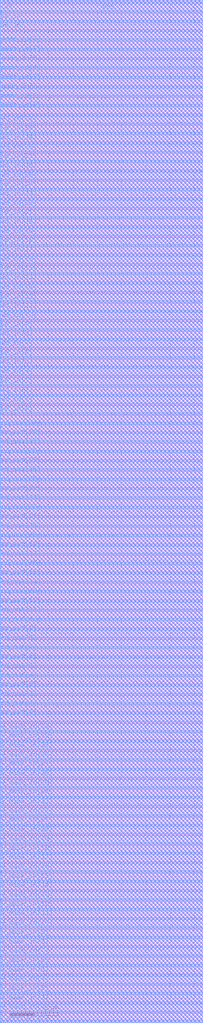
<source format=lef>
# Generated by FakeRAM 2.0
VERSION 5.7 ;
BUSBITCHARS "[]" ;
PROPERTYDEFINITIONS
  MACRO width INTEGER ;
  MACRO depth INTEGER ;
  MACRO banks INTEGER ;
END PROPERTYDEFINITIONS
MACRO fakeram7_sp_256x32
  PROPERTY width 32 ;
  PROPERTY depth 256 ;
  PROPERTY banks 2 ;
  FOREIGN fakeram7_sp_256x32 0 0 ;
  SYMMETRY X Y ;
  SIZE 8.360 BY 42.000 ;
  CLASS BLOCK ;
  PIN w_mask_in[0]
    DIRECTION INPUT ;
    USE SIGNAL ;
    SHAPE ABUTMENT ;
    PORT
      LAYER M4 ;
      RECT 0.000 0.048 0.024 0.072 ;
    END
  END w_mask_in[0]
  PIN w_mask_in[1]
    DIRECTION INPUT ;
    USE SIGNAL ;
    SHAPE ABUTMENT ;
    PORT
      LAYER M4 ;
      RECT 0.000 0.432 0.024 0.456 ;
    END
  END w_mask_in[1]
  PIN w_mask_in[2]
    DIRECTION INPUT ;
    USE SIGNAL ;
    SHAPE ABUTMENT ;
    PORT
      LAYER M4 ;
      RECT 0.000 0.816 0.024 0.840 ;
    END
  END w_mask_in[2]
  PIN w_mask_in[3]
    DIRECTION INPUT ;
    USE SIGNAL ;
    SHAPE ABUTMENT ;
    PORT
      LAYER M4 ;
      RECT 0.000 1.200 0.024 1.224 ;
    END
  END w_mask_in[3]
  PIN w_mask_in[4]
    DIRECTION INPUT ;
    USE SIGNAL ;
    SHAPE ABUTMENT ;
    PORT
      LAYER M4 ;
      RECT 0.000 1.584 0.024 1.608 ;
    END
  END w_mask_in[4]
  PIN w_mask_in[5]
    DIRECTION INPUT ;
    USE SIGNAL ;
    SHAPE ABUTMENT ;
    PORT
      LAYER M4 ;
      RECT 0.000 1.968 0.024 1.992 ;
    END
  END w_mask_in[5]
  PIN w_mask_in[6]
    DIRECTION INPUT ;
    USE SIGNAL ;
    SHAPE ABUTMENT ;
    PORT
      LAYER M4 ;
      RECT 0.000 2.352 0.024 2.376 ;
    END
  END w_mask_in[6]
  PIN w_mask_in[7]
    DIRECTION INPUT ;
    USE SIGNAL ;
    SHAPE ABUTMENT ;
    PORT
      LAYER M4 ;
      RECT 0.000 2.736 0.024 2.760 ;
    END
  END w_mask_in[7]
  PIN w_mask_in[8]
    DIRECTION INPUT ;
    USE SIGNAL ;
    SHAPE ABUTMENT ;
    PORT
      LAYER M4 ;
      RECT 0.000 3.120 0.024 3.144 ;
    END
  END w_mask_in[8]
  PIN w_mask_in[9]
    DIRECTION INPUT ;
    USE SIGNAL ;
    SHAPE ABUTMENT ;
    PORT
      LAYER M4 ;
      RECT 0.000 3.504 0.024 3.528 ;
    END
  END w_mask_in[9]
  PIN w_mask_in[10]
    DIRECTION INPUT ;
    USE SIGNAL ;
    SHAPE ABUTMENT ;
    PORT
      LAYER M4 ;
      RECT 0.000 3.888 0.024 3.912 ;
    END
  END w_mask_in[10]
  PIN w_mask_in[11]
    DIRECTION INPUT ;
    USE SIGNAL ;
    SHAPE ABUTMENT ;
    PORT
      LAYER M4 ;
      RECT 0.000 4.272 0.024 4.296 ;
    END
  END w_mask_in[11]
  PIN w_mask_in[12]
    DIRECTION INPUT ;
    USE SIGNAL ;
    SHAPE ABUTMENT ;
    PORT
      LAYER M4 ;
      RECT 0.000 4.656 0.024 4.680 ;
    END
  END w_mask_in[12]
  PIN w_mask_in[13]
    DIRECTION INPUT ;
    USE SIGNAL ;
    SHAPE ABUTMENT ;
    PORT
      LAYER M4 ;
      RECT 0.000 5.040 0.024 5.064 ;
    END
  END w_mask_in[13]
  PIN w_mask_in[14]
    DIRECTION INPUT ;
    USE SIGNAL ;
    SHAPE ABUTMENT ;
    PORT
      LAYER M4 ;
      RECT 0.000 5.424 0.024 5.448 ;
    END
  END w_mask_in[14]
  PIN w_mask_in[15]
    DIRECTION INPUT ;
    USE SIGNAL ;
    SHAPE ABUTMENT ;
    PORT
      LAYER M4 ;
      RECT 0.000 5.808 0.024 5.832 ;
    END
  END w_mask_in[15]
  PIN w_mask_in[16]
    DIRECTION INPUT ;
    USE SIGNAL ;
    SHAPE ABUTMENT ;
    PORT
      LAYER M4 ;
      RECT 0.000 6.192 0.024 6.216 ;
    END
  END w_mask_in[16]
  PIN w_mask_in[17]
    DIRECTION INPUT ;
    USE SIGNAL ;
    SHAPE ABUTMENT ;
    PORT
      LAYER M4 ;
      RECT 0.000 6.576 0.024 6.600 ;
    END
  END w_mask_in[17]
  PIN w_mask_in[18]
    DIRECTION INPUT ;
    USE SIGNAL ;
    SHAPE ABUTMENT ;
    PORT
      LAYER M4 ;
      RECT 0.000 6.960 0.024 6.984 ;
    END
  END w_mask_in[18]
  PIN w_mask_in[19]
    DIRECTION INPUT ;
    USE SIGNAL ;
    SHAPE ABUTMENT ;
    PORT
      LAYER M4 ;
      RECT 0.000 7.344 0.024 7.368 ;
    END
  END w_mask_in[19]
  PIN w_mask_in[20]
    DIRECTION INPUT ;
    USE SIGNAL ;
    SHAPE ABUTMENT ;
    PORT
      LAYER M4 ;
      RECT 0.000 7.728 0.024 7.752 ;
    END
  END w_mask_in[20]
  PIN w_mask_in[21]
    DIRECTION INPUT ;
    USE SIGNAL ;
    SHAPE ABUTMENT ;
    PORT
      LAYER M4 ;
      RECT 0.000 8.112 0.024 8.136 ;
    END
  END w_mask_in[21]
  PIN w_mask_in[22]
    DIRECTION INPUT ;
    USE SIGNAL ;
    SHAPE ABUTMENT ;
    PORT
      LAYER M4 ;
      RECT 0.000 8.496 0.024 8.520 ;
    END
  END w_mask_in[22]
  PIN w_mask_in[23]
    DIRECTION INPUT ;
    USE SIGNAL ;
    SHAPE ABUTMENT ;
    PORT
      LAYER M4 ;
      RECT 0.000 8.880 0.024 8.904 ;
    END
  END w_mask_in[23]
  PIN w_mask_in[24]
    DIRECTION INPUT ;
    USE SIGNAL ;
    SHAPE ABUTMENT ;
    PORT
      LAYER M4 ;
      RECT 0.000 9.264 0.024 9.288 ;
    END
  END w_mask_in[24]
  PIN w_mask_in[25]
    DIRECTION INPUT ;
    USE SIGNAL ;
    SHAPE ABUTMENT ;
    PORT
      LAYER M4 ;
      RECT 0.000 9.648 0.024 9.672 ;
    END
  END w_mask_in[25]
  PIN w_mask_in[26]
    DIRECTION INPUT ;
    USE SIGNAL ;
    SHAPE ABUTMENT ;
    PORT
      LAYER M4 ;
      RECT 0.000 10.032 0.024 10.056 ;
    END
  END w_mask_in[26]
  PIN w_mask_in[27]
    DIRECTION INPUT ;
    USE SIGNAL ;
    SHAPE ABUTMENT ;
    PORT
      LAYER M4 ;
      RECT 0.000 10.416 0.024 10.440 ;
    END
  END w_mask_in[27]
  PIN w_mask_in[28]
    DIRECTION INPUT ;
    USE SIGNAL ;
    SHAPE ABUTMENT ;
    PORT
      LAYER M4 ;
      RECT 0.000 10.800 0.024 10.824 ;
    END
  END w_mask_in[28]
  PIN w_mask_in[29]
    DIRECTION INPUT ;
    USE SIGNAL ;
    SHAPE ABUTMENT ;
    PORT
      LAYER M4 ;
      RECT 0.000 11.184 0.024 11.208 ;
    END
  END w_mask_in[29]
  PIN w_mask_in[30]
    DIRECTION INPUT ;
    USE SIGNAL ;
    SHAPE ABUTMENT ;
    PORT
      LAYER M4 ;
      RECT 0.000 11.568 0.024 11.592 ;
    END
  END w_mask_in[30]
  PIN w_mask_in[31]
    DIRECTION INPUT ;
    USE SIGNAL ;
    SHAPE ABUTMENT ;
    PORT
      LAYER M4 ;
      RECT 0.000 11.952 0.024 11.976 ;
    END
  END w_mask_in[31]
  PIN rd_out[0]
    DIRECTION OUTPUT ;
    USE SIGNAL ;
    SHAPE ABUTMENT ;
    PORT
      LAYER M4 ;
      RECT 0.000 12.528 0.024 12.552 ;
    END
  END rd_out[0]
  PIN rd_out[1]
    DIRECTION OUTPUT ;
    USE SIGNAL ;
    SHAPE ABUTMENT ;
    PORT
      LAYER M4 ;
      RECT 0.000 12.912 0.024 12.936 ;
    END
  END rd_out[1]
  PIN rd_out[2]
    DIRECTION OUTPUT ;
    USE SIGNAL ;
    SHAPE ABUTMENT ;
    PORT
      LAYER M4 ;
      RECT 0.000 13.296 0.024 13.320 ;
    END
  END rd_out[2]
  PIN rd_out[3]
    DIRECTION OUTPUT ;
    USE SIGNAL ;
    SHAPE ABUTMENT ;
    PORT
      LAYER M4 ;
      RECT 0.000 13.680 0.024 13.704 ;
    END
  END rd_out[3]
  PIN rd_out[4]
    DIRECTION OUTPUT ;
    USE SIGNAL ;
    SHAPE ABUTMENT ;
    PORT
      LAYER M4 ;
      RECT 0.000 14.064 0.024 14.088 ;
    END
  END rd_out[4]
  PIN rd_out[5]
    DIRECTION OUTPUT ;
    USE SIGNAL ;
    SHAPE ABUTMENT ;
    PORT
      LAYER M4 ;
      RECT 0.000 14.448 0.024 14.472 ;
    END
  END rd_out[5]
  PIN rd_out[6]
    DIRECTION OUTPUT ;
    USE SIGNAL ;
    SHAPE ABUTMENT ;
    PORT
      LAYER M4 ;
      RECT 0.000 14.832 0.024 14.856 ;
    END
  END rd_out[6]
  PIN rd_out[7]
    DIRECTION OUTPUT ;
    USE SIGNAL ;
    SHAPE ABUTMENT ;
    PORT
      LAYER M4 ;
      RECT 0.000 15.216 0.024 15.240 ;
    END
  END rd_out[7]
  PIN rd_out[8]
    DIRECTION OUTPUT ;
    USE SIGNAL ;
    SHAPE ABUTMENT ;
    PORT
      LAYER M4 ;
      RECT 0.000 15.600 0.024 15.624 ;
    END
  END rd_out[8]
  PIN rd_out[9]
    DIRECTION OUTPUT ;
    USE SIGNAL ;
    SHAPE ABUTMENT ;
    PORT
      LAYER M4 ;
      RECT 0.000 15.984 0.024 16.008 ;
    END
  END rd_out[9]
  PIN rd_out[10]
    DIRECTION OUTPUT ;
    USE SIGNAL ;
    SHAPE ABUTMENT ;
    PORT
      LAYER M4 ;
      RECT 0.000 16.368 0.024 16.392 ;
    END
  END rd_out[10]
  PIN rd_out[11]
    DIRECTION OUTPUT ;
    USE SIGNAL ;
    SHAPE ABUTMENT ;
    PORT
      LAYER M4 ;
      RECT 0.000 16.752 0.024 16.776 ;
    END
  END rd_out[11]
  PIN rd_out[12]
    DIRECTION OUTPUT ;
    USE SIGNAL ;
    SHAPE ABUTMENT ;
    PORT
      LAYER M4 ;
      RECT 0.000 17.136 0.024 17.160 ;
    END
  END rd_out[12]
  PIN rd_out[13]
    DIRECTION OUTPUT ;
    USE SIGNAL ;
    SHAPE ABUTMENT ;
    PORT
      LAYER M4 ;
      RECT 0.000 17.520 0.024 17.544 ;
    END
  END rd_out[13]
  PIN rd_out[14]
    DIRECTION OUTPUT ;
    USE SIGNAL ;
    SHAPE ABUTMENT ;
    PORT
      LAYER M4 ;
      RECT 0.000 17.904 0.024 17.928 ;
    END
  END rd_out[14]
  PIN rd_out[15]
    DIRECTION OUTPUT ;
    USE SIGNAL ;
    SHAPE ABUTMENT ;
    PORT
      LAYER M4 ;
      RECT 0.000 18.288 0.024 18.312 ;
    END
  END rd_out[15]
  PIN rd_out[16]
    DIRECTION OUTPUT ;
    USE SIGNAL ;
    SHAPE ABUTMENT ;
    PORT
      LAYER M4 ;
      RECT 0.000 18.672 0.024 18.696 ;
    END
  END rd_out[16]
  PIN rd_out[17]
    DIRECTION OUTPUT ;
    USE SIGNAL ;
    SHAPE ABUTMENT ;
    PORT
      LAYER M4 ;
      RECT 0.000 19.056 0.024 19.080 ;
    END
  END rd_out[17]
  PIN rd_out[18]
    DIRECTION OUTPUT ;
    USE SIGNAL ;
    SHAPE ABUTMENT ;
    PORT
      LAYER M4 ;
      RECT 0.000 19.440 0.024 19.464 ;
    END
  END rd_out[18]
  PIN rd_out[19]
    DIRECTION OUTPUT ;
    USE SIGNAL ;
    SHAPE ABUTMENT ;
    PORT
      LAYER M4 ;
      RECT 0.000 19.824 0.024 19.848 ;
    END
  END rd_out[19]
  PIN rd_out[20]
    DIRECTION OUTPUT ;
    USE SIGNAL ;
    SHAPE ABUTMENT ;
    PORT
      LAYER M4 ;
      RECT 0.000 20.208 0.024 20.232 ;
    END
  END rd_out[20]
  PIN rd_out[21]
    DIRECTION OUTPUT ;
    USE SIGNAL ;
    SHAPE ABUTMENT ;
    PORT
      LAYER M4 ;
      RECT 0.000 20.592 0.024 20.616 ;
    END
  END rd_out[21]
  PIN rd_out[22]
    DIRECTION OUTPUT ;
    USE SIGNAL ;
    SHAPE ABUTMENT ;
    PORT
      LAYER M4 ;
      RECT 0.000 20.976 0.024 21.000 ;
    END
  END rd_out[22]
  PIN rd_out[23]
    DIRECTION OUTPUT ;
    USE SIGNAL ;
    SHAPE ABUTMENT ;
    PORT
      LAYER M4 ;
      RECT 0.000 21.360 0.024 21.384 ;
    END
  END rd_out[23]
  PIN rd_out[24]
    DIRECTION OUTPUT ;
    USE SIGNAL ;
    SHAPE ABUTMENT ;
    PORT
      LAYER M4 ;
      RECT 0.000 21.744 0.024 21.768 ;
    END
  END rd_out[24]
  PIN rd_out[25]
    DIRECTION OUTPUT ;
    USE SIGNAL ;
    SHAPE ABUTMENT ;
    PORT
      LAYER M4 ;
      RECT 0.000 22.128 0.024 22.152 ;
    END
  END rd_out[25]
  PIN rd_out[26]
    DIRECTION OUTPUT ;
    USE SIGNAL ;
    SHAPE ABUTMENT ;
    PORT
      LAYER M4 ;
      RECT 0.000 22.512 0.024 22.536 ;
    END
  END rd_out[26]
  PIN rd_out[27]
    DIRECTION OUTPUT ;
    USE SIGNAL ;
    SHAPE ABUTMENT ;
    PORT
      LAYER M4 ;
      RECT 0.000 22.896 0.024 22.920 ;
    END
  END rd_out[27]
  PIN rd_out[28]
    DIRECTION OUTPUT ;
    USE SIGNAL ;
    SHAPE ABUTMENT ;
    PORT
      LAYER M4 ;
      RECT 0.000 23.280 0.024 23.304 ;
    END
  END rd_out[28]
  PIN rd_out[29]
    DIRECTION OUTPUT ;
    USE SIGNAL ;
    SHAPE ABUTMENT ;
    PORT
      LAYER M4 ;
      RECT 0.000 23.664 0.024 23.688 ;
    END
  END rd_out[29]
  PIN rd_out[30]
    DIRECTION OUTPUT ;
    USE SIGNAL ;
    SHAPE ABUTMENT ;
    PORT
      LAYER M4 ;
      RECT 0.000 24.048 0.024 24.072 ;
    END
  END rd_out[30]
  PIN rd_out[31]
    DIRECTION OUTPUT ;
    USE SIGNAL ;
    SHAPE ABUTMENT ;
    PORT
      LAYER M4 ;
      RECT 0.000 24.432 0.024 24.456 ;
    END
  END rd_out[31]
  PIN wd_in[0]
    DIRECTION INPUT ;
    USE SIGNAL ;
    SHAPE ABUTMENT ;
    PORT
      LAYER M4 ;
      RECT 0.000 25.008 0.024 25.032 ;
    END
  END wd_in[0]
  PIN wd_in[1]
    DIRECTION INPUT ;
    USE SIGNAL ;
    SHAPE ABUTMENT ;
    PORT
      LAYER M4 ;
      RECT 0.000 25.392 0.024 25.416 ;
    END
  END wd_in[1]
  PIN wd_in[2]
    DIRECTION INPUT ;
    USE SIGNAL ;
    SHAPE ABUTMENT ;
    PORT
      LAYER M4 ;
      RECT 0.000 25.776 0.024 25.800 ;
    END
  END wd_in[2]
  PIN wd_in[3]
    DIRECTION INPUT ;
    USE SIGNAL ;
    SHAPE ABUTMENT ;
    PORT
      LAYER M4 ;
      RECT 0.000 26.160 0.024 26.184 ;
    END
  END wd_in[3]
  PIN wd_in[4]
    DIRECTION INPUT ;
    USE SIGNAL ;
    SHAPE ABUTMENT ;
    PORT
      LAYER M4 ;
      RECT 0.000 26.544 0.024 26.568 ;
    END
  END wd_in[4]
  PIN wd_in[5]
    DIRECTION INPUT ;
    USE SIGNAL ;
    SHAPE ABUTMENT ;
    PORT
      LAYER M4 ;
      RECT 0.000 26.928 0.024 26.952 ;
    END
  END wd_in[5]
  PIN wd_in[6]
    DIRECTION INPUT ;
    USE SIGNAL ;
    SHAPE ABUTMENT ;
    PORT
      LAYER M4 ;
      RECT 0.000 27.312 0.024 27.336 ;
    END
  END wd_in[6]
  PIN wd_in[7]
    DIRECTION INPUT ;
    USE SIGNAL ;
    SHAPE ABUTMENT ;
    PORT
      LAYER M4 ;
      RECT 0.000 27.696 0.024 27.720 ;
    END
  END wd_in[7]
  PIN wd_in[8]
    DIRECTION INPUT ;
    USE SIGNAL ;
    SHAPE ABUTMENT ;
    PORT
      LAYER M4 ;
      RECT 0.000 28.080 0.024 28.104 ;
    END
  END wd_in[8]
  PIN wd_in[9]
    DIRECTION INPUT ;
    USE SIGNAL ;
    SHAPE ABUTMENT ;
    PORT
      LAYER M4 ;
      RECT 0.000 28.464 0.024 28.488 ;
    END
  END wd_in[9]
  PIN wd_in[10]
    DIRECTION INPUT ;
    USE SIGNAL ;
    SHAPE ABUTMENT ;
    PORT
      LAYER M4 ;
      RECT 0.000 28.848 0.024 28.872 ;
    END
  END wd_in[10]
  PIN wd_in[11]
    DIRECTION INPUT ;
    USE SIGNAL ;
    SHAPE ABUTMENT ;
    PORT
      LAYER M4 ;
      RECT 0.000 29.232 0.024 29.256 ;
    END
  END wd_in[11]
  PIN wd_in[12]
    DIRECTION INPUT ;
    USE SIGNAL ;
    SHAPE ABUTMENT ;
    PORT
      LAYER M4 ;
      RECT 0.000 29.616 0.024 29.640 ;
    END
  END wd_in[12]
  PIN wd_in[13]
    DIRECTION INPUT ;
    USE SIGNAL ;
    SHAPE ABUTMENT ;
    PORT
      LAYER M4 ;
      RECT 0.000 30.000 0.024 30.024 ;
    END
  END wd_in[13]
  PIN wd_in[14]
    DIRECTION INPUT ;
    USE SIGNAL ;
    SHAPE ABUTMENT ;
    PORT
      LAYER M4 ;
      RECT 0.000 30.384 0.024 30.408 ;
    END
  END wd_in[14]
  PIN wd_in[15]
    DIRECTION INPUT ;
    USE SIGNAL ;
    SHAPE ABUTMENT ;
    PORT
      LAYER M4 ;
      RECT 0.000 30.768 0.024 30.792 ;
    END
  END wd_in[15]
  PIN wd_in[16]
    DIRECTION INPUT ;
    USE SIGNAL ;
    SHAPE ABUTMENT ;
    PORT
      LAYER M4 ;
      RECT 0.000 31.152 0.024 31.176 ;
    END
  END wd_in[16]
  PIN wd_in[17]
    DIRECTION INPUT ;
    USE SIGNAL ;
    SHAPE ABUTMENT ;
    PORT
      LAYER M4 ;
      RECT 0.000 31.536 0.024 31.560 ;
    END
  END wd_in[17]
  PIN wd_in[18]
    DIRECTION INPUT ;
    USE SIGNAL ;
    SHAPE ABUTMENT ;
    PORT
      LAYER M4 ;
      RECT 0.000 31.920 0.024 31.944 ;
    END
  END wd_in[18]
  PIN wd_in[19]
    DIRECTION INPUT ;
    USE SIGNAL ;
    SHAPE ABUTMENT ;
    PORT
      LAYER M4 ;
      RECT 0.000 32.304 0.024 32.328 ;
    END
  END wd_in[19]
  PIN wd_in[20]
    DIRECTION INPUT ;
    USE SIGNAL ;
    SHAPE ABUTMENT ;
    PORT
      LAYER M4 ;
      RECT 0.000 32.688 0.024 32.712 ;
    END
  END wd_in[20]
  PIN wd_in[21]
    DIRECTION INPUT ;
    USE SIGNAL ;
    SHAPE ABUTMENT ;
    PORT
      LAYER M4 ;
      RECT 0.000 33.072 0.024 33.096 ;
    END
  END wd_in[21]
  PIN wd_in[22]
    DIRECTION INPUT ;
    USE SIGNAL ;
    SHAPE ABUTMENT ;
    PORT
      LAYER M4 ;
      RECT 0.000 33.456 0.024 33.480 ;
    END
  END wd_in[22]
  PIN wd_in[23]
    DIRECTION INPUT ;
    USE SIGNAL ;
    SHAPE ABUTMENT ;
    PORT
      LAYER M4 ;
      RECT 0.000 33.840 0.024 33.864 ;
    END
  END wd_in[23]
  PIN wd_in[24]
    DIRECTION INPUT ;
    USE SIGNAL ;
    SHAPE ABUTMENT ;
    PORT
      LAYER M4 ;
      RECT 0.000 34.224 0.024 34.248 ;
    END
  END wd_in[24]
  PIN wd_in[25]
    DIRECTION INPUT ;
    USE SIGNAL ;
    SHAPE ABUTMENT ;
    PORT
      LAYER M4 ;
      RECT 0.000 34.608 0.024 34.632 ;
    END
  END wd_in[25]
  PIN wd_in[26]
    DIRECTION INPUT ;
    USE SIGNAL ;
    SHAPE ABUTMENT ;
    PORT
      LAYER M4 ;
      RECT 0.000 34.992 0.024 35.016 ;
    END
  END wd_in[26]
  PIN wd_in[27]
    DIRECTION INPUT ;
    USE SIGNAL ;
    SHAPE ABUTMENT ;
    PORT
      LAYER M4 ;
      RECT 0.000 35.376 0.024 35.400 ;
    END
  END wd_in[27]
  PIN wd_in[28]
    DIRECTION INPUT ;
    USE SIGNAL ;
    SHAPE ABUTMENT ;
    PORT
      LAYER M4 ;
      RECT 0.000 35.760 0.024 35.784 ;
    END
  END wd_in[28]
  PIN wd_in[29]
    DIRECTION INPUT ;
    USE SIGNAL ;
    SHAPE ABUTMENT ;
    PORT
      LAYER M4 ;
      RECT 0.000 36.144 0.024 36.168 ;
    END
  END wd_in[29]
  PIN wd_in[30]
    DIRECTION INPUT ;
    USE SIGNAL ;
    SHAPE ABUTMENT ;
    PORT
      LAYER M4 ;
      RECT 0.000 36.528 0.024 36.552 ;
    END
  END wd_in[30]
  PIN wd_in[31]
    DIRECTION INPUT ;
    USE SIGNAL ;
    SHAPE ABUTMENT ;
    PORT
      LAYER M4 ;
      RECT 0.000 36.912 0.024 36.936 ;
    END
  END wd_in[31]
  PIN addr_in[0]
    DIRECTION INPUT ;
    USE SIGNAL ;
    SHAPE ABUTMENT ;
    PORT
      LAYER M4 ;
      RECT 0.000 37.488 0.024 37.512 ;
    END
  END addr_in[0]
  PIN addr_in[1]
    DIRECTION INPUT ;
    USE SIGNAL ;
    SHAPE ABUTMENT ;
    PORT
      LAYER M4 ;
      RECT 0.000 37.872 0.024 37.896 ;
    END
  END addr_in[1]
  PIN addr_in[2]
    DIRECTION INPUT ;
    USE SIGNAL ;
    SHAPE ABUTMENT ;
    PORT
      LAYER M4 ;
      RECT 0.000 38.256 0.024 38.280 ;
    END
  END addr_in[2]
  PIN addr_in[3]
    DIRECTION INPUT ;
    USE SIGNAL ;
    SHAPE ABUTMENT ;
    PORT
      LAYER M4 ;
      RECT 0.000 38.640 0.024 38.664 ;
    END
  END addr_in[3]
  PIN addr_in[4]
    DIRECTION INPUT ;
    USE SIGNAL ;
    SHAPE ABUTMENT ;
    PORT
      LAYER M4 ;
      RECT 0.000 39.024 0.024 39.048 ;
    END
  END addr_in[4]
  PIN addr_in[5]
    DIRECTION INPUT ;
    USE SIGNAL ;
    SHAPE ABUTMENT ;
    PORT
      LAYER M4 ;
      RECT 0.000 39.408 0.024 39.432 ;
    END
  END addr_in[5]
  PIN addr_in[6]
    DIRECTION INPUT ;
    USE SIGNAL ;
    SHAPE ABUTMENT ;
    PORT
      LAYER M4 ;
      RECT 0.000 39.792 0.024 39.816 ;
    END
  END addr_in[6]
  PIN addr_in[7]
    DIRECTION INPUT ;
    USE SIGNAL ;
    SHAPE ABUTMENT ;
    PORT
      LAYER M4 ;
      RECT 0.000 40.176 0.024 40.200 ;
    END
  END addr_in[7]
  PIN we_in
    DIRECTION INPUT ;
    USE SIGNAL ;
    SHAPE ABUTMENT ;
    PORT
      LAYER M4 ;
      RECT 0.000 40.752 0.024 40.776 ;
    END
  END we_in
  PIN ce_in
    DIRECTION INPUT ;
    USE SIGNAL ;
    SHAPE ABUTMENT ;
    PORT
      LAYER M4 ;
      RECT 0.000 41.136 0.024 41.160 ;
    END
  END ce_in
  PIN clk
    DIRECTION INPUT ;
    USE SIGNAL ;
    SHAPE ABUTMENT ;
    PORT
      LAYER M4 ;
      RECT 0.000 41.520 0.024 41.544 ;
    END
  END clk
  PIN VSS
    DIRECTION INOUT ;
    USE GROUND ;
    PORT
      LAYER M4 ;
      RECT 0.048 0.000 8.312 0.096 ;
      RECT 0.048 0.768 8.312 0.864 ;
      RECT 0.048 1.536 8.312 1.632 ;
      RECT 0.048 2.304 8.312 2.400 ;
      RECT 0.048 3.072 8.312 3.168 ;
      RECT 0.048 3.840 8.312 3.936 ;
      RECT 0.048 4.608 8.312 4.704 ;
      RECT 0.048 5.376 8.312 5.472 ;
      RECT 0.048 6.144 8.312 6.240 ;
      RECT 0.048 6.912 8.312 7.008 ;
      RECT 0.048 7.680 8.312 7.776 ;
      RECT 0.048 8.448 8.312 8.544 ;
      RECT 0.048 9.216 8.312 9.312 ;
      RECT 0.048 9.984 8.312 10.080 ;
      RECT 0.048 10.752 8.312 10.848 ;
      RECT 0.048 11.520 8.312 11.616 ;
      RECT 0.048 12.288 8.312 12.384 ;
      RECT 0.048 13.056 8.312 13.152 ;
      RECT 0.048 13.824 8.312 13.920 ;
      RECT 0.048 14.592 8.312 14.688 ;
      RECT 0.048 15.360 8.312 15.456 ;
      RECT 0.048 16.128 8.312 16.224 ;
      RECT 0.048 16.896 8.312 16.992 ;
      RECT 0.048 17.664 8.312 17.760 ;
      RECT 0.048 18.432 8.312 18.528 ;
      RECT 0.048 19.200 8.312 19.296 ;
      RECT 0.048 19.968 8.312 20.064 ;
      RECT 0.048 20.736 8.312 20.832 ;
      RECT 0.048 21.504 8.312 21.600 ;
      RECT 0.048 22.272 8.312 22.368 ;
      RECT 0.048 23.040 8.312 23.136 ;
      RECT 0.048 23.808 8.312 23.904 ;
      RECT 0.048 24.576 8.312 24.672 ;
      RECT 0.048 25.344 8.312 25.440 ;
      RECT 0.048 26.112 8.312 26.208 ;
      RECT 0.048 26.880 8.312 26.976 ;
      RECT 0.048 27.648 8.312 27.744 ;
      RECT 0.048 28.416 8.312 28.512 ;
      RECT 0.048 29.184 8.312 29.280 ;
      RECT 0.048 29.952 8.312 30.048 ;
      RECT 0.048 30.720 8.312 30.816 ;
      RECT 0.048 31.488 8.312 31.584 ;
      RECT 0.048 32.256 8.312 32.352 ;
      RECT 0.048 33.024 8.312 33.120 ;
      RECT 0.048 33.792 8.312 33.888 ;
      RECT 0.048 34.560 8.312 34.656 ;
      RECT 0.048 35.328 8.312 35.424 ;
      RECT 0.048 36.096 8.312 36.192 ;
      RECT 0.048 36.864 8.312 36.960 ;
      RECT 0.048 37.632 8.312 37.728 ;
      RECT 0.048 38.400 8.312 38.496 ;
      RECT 0.048 39.168 8.312 39.264 ;
      RECT 0.048 39.936 8.312 40.032 ;
      RECT 0.048 40.704 8.312 40.800 ;
      RECT 0.048 41.472 8.312 41.568 ;
    END
  END VSS
  PIN VDD
    DIRECTION INOUT ;
    USE POWER ;
    PORT
      LAYER M4 ;
      RECT 0.048 0.384 8.312 0.480 ;
      RECT 0.048 1.152 8.312 1.248 ;
      RECT 0.048 1.920 8.312 2.016 ;
      RECT 0.048 2.688 8.312 2.784 ;
      RECT 0.048 3.456 8.312 3.552 ;
      RECT 0.048 4.224 8.312 4.320 ;
      RECT 0.048 4.992 8.312 5.088 ;
      RECT 0.048 5.760 8.312 5.856 ;
      RECT 0.048 6.528 8.312 6.624 ;
      RECT 0.048 7.296 8.312 7.392 ;
      RECT 0.048 8.064 8.312 8.160 ;
      RECT 0.048 8.832 8.312 8.928 ;
      RECT 0.048 9.600 8.312 9.696 ;
      RECT 0.048 10.368 8.312 10.464 ;
      RECT 0.048 11.136 8.312 11.232 ;
      RECT 0.048 11.904 8.312 12.000 ;
      RECT 0.048 12.672 8.312 12.768 ;
      RECT 0.048 13.440 8.312 13.536 ;
      RECT 0.048 14.208 8.312 14.304 ;
      RECT 0.048 14.976 8.312 15.072 ;
      RECT 0.048 15.744 8.312 15.840 ;
      RECT 0.048 16.512 8.312 16.608 ;
      RECT 0.048 17.280 8.312 17.376 ;
      RECT 0.048 18.048 8.312 18.144 ;
      RECT 0.048 18.816 8.312 18.912 ;
      RECT 0.048 19.584 8.312 19.680 ;
      RECT 0.048 20.352 8.312 20.448 ;
      RECT 0.048 21.120 8.312 21.216 ;
      RECT 0.048 21.888 8.312 21.984 ;
      RECT 0.048 22.656 8.312 22.752 ;
      RECT 0.048 23.424 8.312 23.520 ;
      RECT 0.048 24.192 8.312 24.288 ;
      RECT 0.048 24.960 8.312 25.056 ;
      RECT 0.048 25.728 8.312 25.824 ;
      RECT 0.048 26.496 8.312 26.592 ;
      RECT 0.048 27.264 8.312 27.360 ;
      RECT 0.048 28.032 8.312 28.128 ;
      RECT 0.048 28.800 8.312 28.896 ;
      RECT 0.048 29.568 8.312 29.664 ;
      RECT 0.048 30.336 8.312 30.432 ;
      RECT 0.048 31.104 8.312 31.200 ;
      RECT 0.048 31.872 8.312 31.968 ;
      RECT 0.048 32.640 8.312 32.736 ;
      RECT 0.048 33.408 8.312 33.504 ;
      RECT 0.048 34.176 8.312 34.272 ;
      RECT 0.048 34.944 8.312 35.040 ;
      RECT 0.048 35.712 8.312 35.808 ;
      RECT 0.048 36.480 8.312 36.576 ;
      RECT 0.048 37.248 8.312 37.344 ;
      RECT 0.048 38.016 8.312 38.112 ;
      RECT 0.048 38.784 8.312 38.880 ;
      RECT 0.048 39.552 8.312 39.648 ;
      RECT 0.048 40.320 8.312 40.416 ;
      RECT 0.048 41.088 8.312 41.184 ;
      RECT 0.048 41.856 8.312 41.952 ;
    END
  END VDD
  OBS
    LAYER M1 ;
    RECT 0 0 8.360 42.000 ;
    LAYER M2 ;
    RECT 0 0 8.360 42.000 ;
    LAYER M3 ;
    RECT 0 0 8.360 42.000 ;
    LAYER M4 ;
    RECT 0 0 8.360 42.000 ;
  END
END fakeram7_sp_256x32

END LIBRARY

</source>
